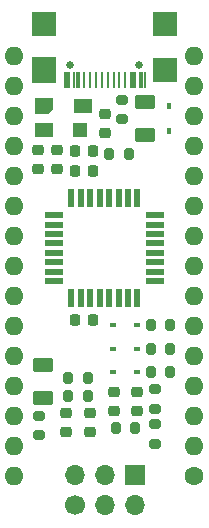
<source format=gbr>
%TF.GenerationSoftware,KiCad,Pcbnew,(6.0.8)*%
%TF.CreationDate,2022-12-14T23:26:50+01:00*%
%TF.ProjectId,rugged_nano,72756767-6564-45f6-9e61-6e6f2e6b6963,rev?*%
%TF.SameCoordinates,Original*%
%TF.FileFunction,Soldermask,Top*%
%TF.FilePolarity,Negative*%
%FSLAX46Y46*%
G04 Gerber Fmt 4.6, Leading zero omitted, Abs format (unit mm)*
G04 Created by KiCad (PCBNEW (6.0.8)) date 2022-12-14 23:26:50*
%MOMM*%
%LPD*%
G01*
G04 APERTURE LIST*
G04 Aperture macros list*
%AMRoundRect*
0 Rectangle with rounded corners*
0 $1 Rounding radius*
0 $2 $3 $4 $5 $6 $7 $8 $9 X,Y pos of 4 corners*
0 Add a 4 corners polygon primitive as box body*
4,1,4,$2,$3,$4,$5,$6,$7,$8,$9,$2,$3,0*
0 Add four circle primitives for the rounded corners*
1,1,$1+$1,$2,$3*
1,1,$1+$1,$4,$5*
1,1,$1+$1,$6,$7*
1,1,$1+$1,$8,$9*
0 Add four rect primitives between the rounded corners*
20,1,$1+$1,$2,$3,$4,$5,0*
20,1,$1+$1,$4,$5,$6,$7,0*
20,1,$1+$1,$6,$7,$8,$9,0*
20,1,$1+$1,$8,$9,$2,$3,0*%
%AMOutline5P*
0 Free polygon, 5 corners , with rotation*
0 The origin of the aperture is its center*
0 number of corners: always 5*
0 $1 to $10 corner X, Y*
0 $11 Rotation angle, in degrees counterclockwise*
0 create outline with 5 corners*
4,1,5,$1,$2,$3,$4,$5,$6,$7,$8,$9,$10,$1,$2,$11*%
%AMOutline6P*
0 Free polygon, 6 corners , with rotation*
0 The origin of the aperture is its center*
0 number of corners: always 6*
0 $1 to $12 corner X, Y*
0 $13 Rotation angle, in degrees counterclockwise*
0 create outline with 6 corners*
4,1,6,$1,$2,$3,$4,$5,$6,$7,$8,$9,$10,$11,$12,$1,$2,$13*%
%AMOutline7P*
0 Free polygon, 7 corners , with rotation*
0 The origin of the aperture is its center*
0 number of corners: always 7*
0 $1 to $14 corner X, Y*
0 $15 Rotation angle, in degrees counterclockwise*
0 create outline with 7 corners*
4,1,7,$1,$2,$3,$4,$5,$6,$7,$8,$9,$10,$11,$12,$13,$14,$1,$2,$15*%
%AMOutline8P*
0 Free polygon, 8 corners , with rotation*
0 The origin of the aperture is its center*
0 number of corners: always 8*
0 $1 to $16 corner X, Y*
0 $17 Rotation angle, in degrees counterclockwise*
0 create outline with 8 corners*
4,1,8,$1,$2,$3,$4,$5,$6,$7,$8,$9,$10,$11,$12,$13,$14,$15,$16,$1,$2,$17*%
G04 Aperture macros list end*
%ADD10RoundRect,0.200000X-0.275000X0.200000X-0.275000X-0.200000X0.275000X-0.200000X0.275000X0.200000X0*%
%ADD11RoundRect,0.225000X-0.225000X-0.250000X0.225000X-0.250000X0.225000X0.250000X-0.225000X0.250000X0*%
%ADD12RoundRect,0.218750X-0.256250X0.218750X-0.256250X-0.218750X0.256250X-0.218750X0.256250X0.218750X0*%
%ADD13RoundRect,0.200000X0.200000X0.275000X-0.200000X0.275000X-0.200000X-0.275000X0.200000X-0.275000X0*%
%ADD14C,0.670000*%
%ADD15R,0.250000X1.450000*%
%ADD16R,0.300000X1.450000*%
%ADD17R,2.000000X2.000000*%
%ADD18R,2.000000X2.200000*%
%ADD19RoundRect,0.200000X-0.200000X-0.275000X0.200000X-0.275000X0.200000X0.275000X-0.200000X0.275000X0*%
%ADD20R,0.550000X1.600000*%
%ADD21R,1.600000X0.550000*%
%ADD22R,0.600000X0.450000*%
%ADD23RoundRect,0.225000X-0.250000X0.225000X-0.250000X-0.225000X0.250000X-0.225000X0.250000X0.225000X0*%
%ADD24RoundRect,0.250000X0.625000X-0.375000X0.625000X0.375000X-0.625000X0.375000X-0.625000X-0.375000X0*%
%ADD25RoundRect,0.250000X-0.625000X0.375000X-0.625000X-0.375000X0.625000X-0.375000X0.625000X0.375000X0*%
%ADD26R,1.600000X1.300000*%
%ADD27R,1.150000X1.300000*%
%ADD28Outline5P,-0.800000X0.650000X0.800000X0.650000X0.800000X-0.260000X0.410000X-0.650000X-0.800000X-0.650000X0.000000*%
%ADD29RoundRect,0.200000X0.275000X-0.200000X0.275000X0.200000X-0.275000X0.200000X-0.275000X-0.200000X0*%
%ADD30C,1.700000*%
%ADD31O,1.700000X1.700000*%
%ADD32R,1.700000X1.700000*%
%ADD33C,1.600000*%
%ADD34O,1.600000X1.600000*%
%ADD35R,0.450000X0.600000*%
G04 APERTURE END LIST*
D10*
%TO.C,R32*%
X153870000Y-84735000D03*
X153870000Y-86385000D03*
%TD*%
D11*
%TO.C,C1*%
X147095000Y-66310000D03*
X148645000Y-66310000D03*
%TD*%
D12*
%TO.C,D26*%
X146370000Y-86772500D03*
X146370000Y-88347500D03*
%TD*%
D11*
%TO.C,C14*%
X147095000Y-78860000D03*
X148645000Y-78860000D03*
%TD*%
D13*
%TO.C,R31*%
X148195000Y-85310000D03*
X146545000Y-85310000D03*
%TD*%
D14*
%TO.C,J3*%
X146745000Y-57322500D03*
X152545000Y-57322500D03*
D15*
X153020000Y-58572500D03*
X152220000Y-58572500D03*
X150895000Y-58572500D03*
X149895000Y-58572500D03*
X149395000Y-58572500D03*
X148395000Y-58572500D03*
X147070000Y-58572500D03*
X146270000Y-58572500D03*
D16*
X146545000Y-58572500D03*
X147345000Y-58572500D03*
D15*
X147895000Y-58572500D03*
X148895000Y-58572500D03*
X150395000Y-58572500D03*
X151395000Y-58572500D03*
D16*
X151945000Y-58572500D03*
X152745000Y-58572500D03*
D17*
X154730000Y-53822500D03*
X144510000Y-53822500D03*
D18*
X144510000Y-57752500D03*
D17*
X154730000Y-57752500D03*
%TD*%
D19*
%TO.C,R33*%
X150595000Y-88060000D03*
X152245000Y-88060000D03*
%TD*%
D20*
%TO.C,U1*%
X146820000Y-77060000D03*
X147620000Y-77060000D03*
X148420000Y-77060000D03*
X149220000Y-77060000D03*
X150020000Y-77060000D03*
X150820000Y-77060000D03*
X151620000Y-77060000D03*
X152420000Y-77060000D03*
D21*
X153870000Y-75610000D03*
X153870000Y-74810000D03*
X153870000Y-74010000D03*
X153870000Y-73210000D03*
X153870000Y-72410000D03*
X153870000Y-71610000D03*
X153870000Y-70810000D03*
X153870000Y-70010000D03*
D20*
X152420000Y-68560000D03*
X151620000Y-68560000D03*
X150820000Y-68560000D03*
X150020000Y-68560000D03*
X149220000Y-68560000D03*
X148420000Y-68560000D03*
X147620000Y-68560000D03*
X146820000Y-68560000D03*
D21*
X145370000Y-70010000D03*
X145370000Y-70810000D03*
X145370000Y-71610000D03*
X145370000Y-72410000D03*
X145370000Y-73210000D03*
X145370000Y-74010000D03*
X145370000Y-74810000D03*
X145370000Y-75610000D03*
%TD*%
D19*
%TO.C,R11*%
X153545000Y-83310000D03*
X155195000Y-83310000D03*
%TD*%
D22*
%TO.C,D13*%
X152420000Y-79312500D03*
X150320000Y-79312500D03*
%TD*%
D23*
%TO.C,C9*%
X145620000Y-64535000D03*
X145620000Y-66085000D03*
%TD*%
D22*
%TO.C,D12*%
X152420000Y-81312500D03*
X150320000Y-81312500D03*
%TD*%
%TO.C,D11*%
X152420000Y-83312500D03*
X150320000Y-83312500D03*
%TD*%
D24*
%TO.C,F1*%
X144420000Y-85460000D03*
X144420000Y-82660000D03*
%TD*%
D25*
%TO.C,F3*%
X153020000Y-60410000D03*
X153020000Y-63210000D03*
%TD*%
D13*
%TO.C,R23*%
X151695000Y-64810000D03*
X150045000Y-64810000D03*
%TD*%
D26*
%TO.C,Y2*%
X144470000Y-62810000D03*
D27*
X147545000Y-62810000D03*
D26*
X147770000Y-60810000D03*
D28*
X144470000Y-60810000D03*
%TD*%
D19*
%TO.C,R13*%
X153545000Y-79310000D03*
X155195000Y-79310000D03*
%TD*%
%TO.C,R30*%
X146545000Y-83810000D03*
X148195000Y-83810000D03*
%TD*%
D29*
%TO.C,R24*%
X153870000Y-89385000D03*
X153870000Y-87735000D03*
%TD*%
D10*
%TO.C,R29*%
X151120000Y-60235000D03*
X151120000Y-61885000D03*
%TD*%
D23*
%TO.C,C12*%
X144020000Y-64535000D03*
X144020000Y-66085000D03*
%TD*%
D30*
%TO.C,J2*%
X147095000Y-94585000D03*
D31*
X147095000Y-92045000D03*
X149635000Y-94585000D03*
X149635000Y-92045000D03*
X152175000Y-94585000D03*
D32*
X152175000Y-92045000D03*
%TD*%
D33*
%TO.C,A1*%
X157240000Y-92120000D03*
D34*
X157240000Y-89580000D03*
X157240000Y-87040000D03*
X157240000Y-84500000D03*
X157240000Y-81960000D03*
X157240000Y-79420000D03*
X157240000Y-76880000D03*
X157240000Y-74340000D03*
X157240000Y-71800000D03*
X157240000Y-69260000D03*
X157240000Y-66720000D03*
X157240000Y-64180000D03*
X157240000Y-61640000D03*
X157240000Y-59100000D03*
X157240000Y-56560000D03*
X142000000Y-56560000D03*
X142000000Y-59100000D03*
X142000000Y-61640000D03*
X142000000Y-64180000D03*
X142000000Y-66720000D03*
X142000000Y-69260000D03*
X142000000Y-71800000D03*
X142000000Y-74340000D03*
X142000000Y-76880000D03*
X142000000Y-79420000D03*
X142000000Y-81960000D03*
X142000000Y-84500000D03*
X142000000Y-87040000D03*
X142000000Y-89580000D03*
X142000000Y-92120000D03*
%TD*%
D12*
%TO.C,D29*%
X150420000Y-85022500D03*
X150420000Y-86597500D03*
%TD*%
D29*
%TO.C,R25*%
X144120000Y-88635000D03*
X144120000Y-86985000D03*
%TD*%
D35*
%TO.C,D30*%
X155122500Y-60760000D03*
X155122500Y-62860000D03*
%TD*%
D11*
%TO.C,C8*%
X147095000Y-64560000D03*
X148645000Y-64560000D03*
%TD*%
D12*
%TO.C,D28*%
X152420000Y-85022500D03*
X152420000Y-86597500D03*
%TD*%
%TO.C,D27*%
X148370000Y-86772500D03*
X148370000Y-88347500D03*
%TD*%
D19*
%TO.C,R12*%
X153545000Y-81310000D03*
X155195000Y-81310000D03*
%TD*%
D23*
%TO.C,C7*%
X149645000Y-61485000D03*
X149645000Y-63035000D03*
%TD*%
M02*

</source>
